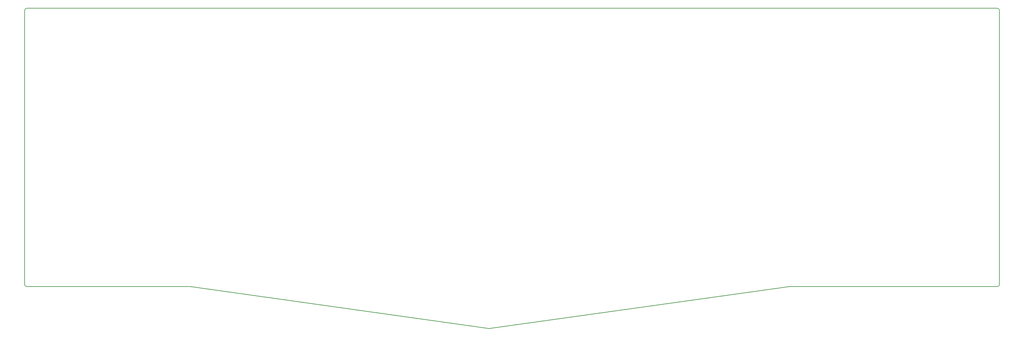
<source format=gbr>
%TF.GenerationSoftware,KiCad,Pcbnew,(5.99.0-9176-ga1730d51ff)*%
%TF.CreationDate,2021-03-15T21:55:54-05:00*%
%TF.ProjectId,Back Plate,4261636b-2050-46c6-9174-652e6b696361,rev?*%
%TF.SameCoordinates,Original*%
%TF.FileFunction,Profile,NP*%
%FSLAX46Y46*%
G04 Gerber Fmt 4.6, Leading zero omitted, Abs format (unit mm)*
G04 Created by KiCad (PCBNEW (5.99.0-9176-ga1730d51ff)) date 2021-03-15 21:55:54*
%MOMM*%
%LPD*%
G01*
G04 APERTURE LIST*
%TA.AperFunction,Profile*%
%ADD10C,0.200000*%
%TD*%
G04 APERTURE END LIST*
D10*
X65325803Y-79918539D02*
X335825803Y-79918539D01*
X336325802Y-80418540D02*
X336325803Y-156918139D01*
X277899394Y-157422981D02*
G75*
G02*
X277968803Y-157418140I69409J-495157D01*
G01*
X110823902Y-157418138D02*
G75*
G02*
X110893685Y-157423031I1J-500001D01*
G01*
X110823903Y-157418138D02*
X65325803Y-157418139D01*
X64825803Y-156918139D02*
X64825803Y-80418539D01*
X64825803Y-80418539D02*
G75*
G02*
X65325803Y-79918539I500000J0D01*
G01*
X194237212Y-169151298D02*
G75*
G02*
X194098020Y-169151245I-69409J495159D01*
G01*
X65325803Y-157418139D02*
G75*
G02*
X64825803Y-156918139I0J500000D01*
G01*
X335825804Y-79918540D02*
G75*
G02*
X336325802Y-80418540I-1J-499999D01*
G01*
X335825803Y-157418139D02*
X277968803Y-157418140D01*
X277899393Y-157422981D02*
X194237212Y-169151297D01*
X336325803Y-156918139D02*
G75*
G02*
X335825803Y-157418139I-500000J0D01*
G01*
X194098020Y-169151245D02*
X110893685Y-157423031D01*
M02*

</source>
